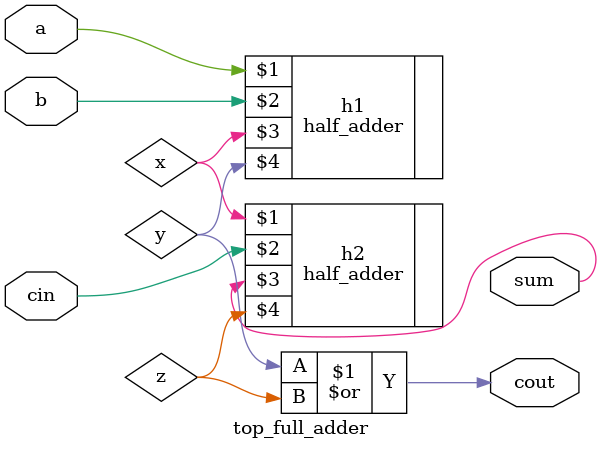
<source format=v>
`timescale 1ns / 1ps

module top_full_adder(a,b,cin,sum,cout);
  input a,b,cin;
  output sum,cout;
  wire x,y,z;
  half_adder h1(a, b, x, y);
  half_adder h2(x, cin, sum, z);
  or o1(cout,y,z);
endmodule

</source>
